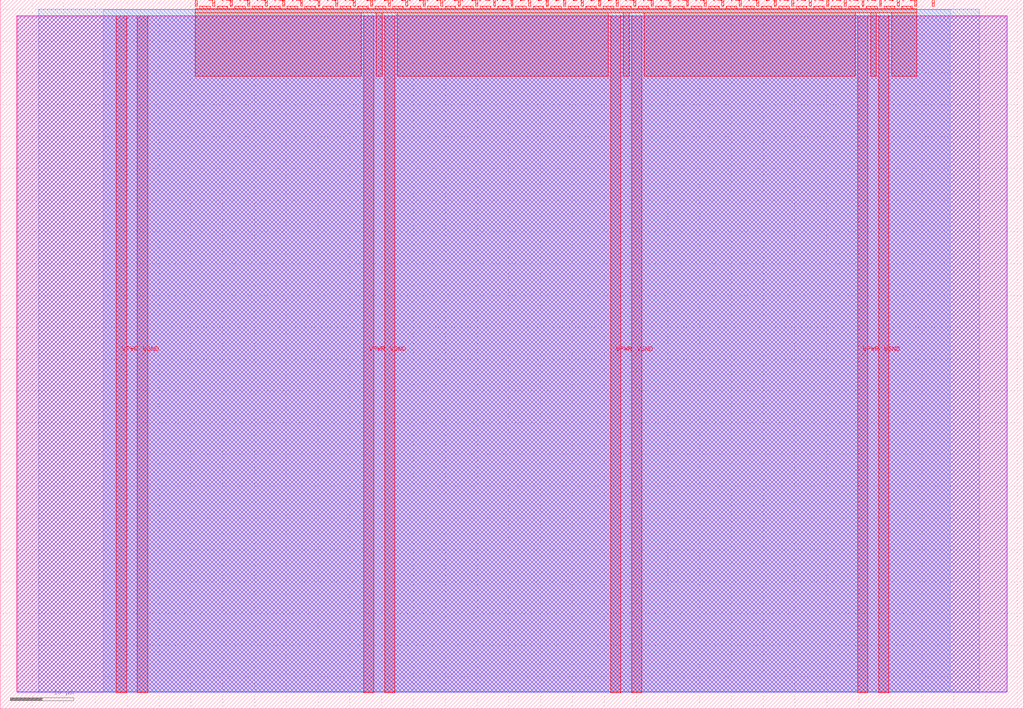
<source format=lef>
VERSION 5.7 ;
  NOWIREEXTENSIONATPIN ON ;
  DIVIDERCHAR "/" ;
  BUSBITCHARS "[]" ;
MACRO tt_um_s_grundner
  CLASS BLOCK ;
  FOREIGN tt_um_s_grundner ;
  ORIGIN 0.000 0.000 ;
  SIZE 161.000 BY 111.520 ;
  PIN VGND
    DIRECTION INOUT ;
    USE GROUND ;
    PORT
      LAYER met4 ;
        RECT 21.580 2.480 23.180 109.040 ;
    END
    PORT
      LAYER met4 ;
        RECT 60.450 2.480 62.050 109.040 ;
    END
    PORT
      LAYER met4 ;
        RECT 99.320 2.480 100.920 109.040 ;
    END
    PORT
      LAYER met4 ;
        RECT 138.190 2.480 139.790 109.040 ;
    END
  END VGND
  PIN VPWR
    DIRECTION INOUT ;
    USE POWER ;
    PORT
      LAYER met4 ;
        RECT 18.280 2.480 19.880 109.040 ;
    END
    PORT
      LAYER met4 ;
        RECT 57.150 2.480 58.750 109.040 ;
    END
    PORT
      LAYER met4 ;
        RECT 96.020 2.480 97.620 109.040 ;
    END
    PORT
      LAYER met4 ;
        RECT 134.890 2.480 136.490 109.040 ;
    END
  END VPWR
  PIN clk
    DIRECTION INPUT ;
    USE SIGNAL ;
    ANTENNAGATEAREA 0.852000 ;
    PORT
      LAYER met4 ;
        RECT 143.830 110.520 144.130 111.520 ;
    END
  END clk
  PIN ena
    DIRECTION INPUT ;
    USE SIGNAL ;
    PORT
      LAYER met4 ;
        RECT 146.590 110.520 146.890 111.520 ;
    END
  END ena
  PIN rst_n
    DIRECTION INPUT ;
    USE SIGNAL ;
    ANTENNAGATEAREA 0.196500 ;
    PORT
      LAYER met4 ;
        RECT 141.070 110.520 141.370 111.520 ;
    END
  END rst_n
  PIN ui_in[0]
    DIRECTION INPUT ;
    USE SIGNAL ;
    PORT
      LAYER met4 ;
        RECT 138.310 110.520 138.610 111.520 ;
    END
  END ui_in[0]
  PIN ui_in[1]
    DIRECTION INPUT ;
    USE SIGNAL ;
    PORT
      LAYER met4 ;
        RECT 135.550 110.520 135.850 111.520 ;
    END
  END ui_in[1]
  PIN ui_in[2]
    DIRECTION INPUT ;
    USE SIGNAL ;
    PORT
      LAYER met4 ;
        RECT 132.790 110.520 133.090 111.520 ;
    END
  END ui_in[2]
  PIN ui_in[3]
    DIRECTION INPUT ;
    USE SIGNAL ;
    ANTENNAGATEAREA 0.196500 ;
    PORT
      LAYER met4 ;
        RECT 130.030 110.520 130.330 111.520 ;
    END
  END ui_in[3]
  PIN ui_in[4]
    DIRECTION INPUT ;
    USE SIGNAL ;
    PORT
      LAYER met4 ;
        RECT 127.270 110.520 127.570 111.520 ;
    END
  END ui_in[4]
  PIN ui_in[5]
    DIRECTION INPUT ;
    USE SIGNAL ;
    PORT
      LAYER met4 ;
        RECT 124.510 110.520 124.810 111.520 ;
    END
  END ui_in[5]
  PIN ui_in[6]
    DIRECTION INPUT ;
    USE SIGNAL ;
    PORT
      LAYER met4 ;
        RECT 121.750 110.520 122.050 111.520 ;
    END
  END ui_in[6]
  PIN ui_in[7]
    DIRECTION INPUT ;
    USE SIGNAL ;
    PORT
      LAYER met4 ;
        RECT 118.990 110.520 119.290 111.520 ;
    END
  END ui_in[7]
  PIN uio_in[0]
    DIRECTION INPUT ;
    USE SIGNAL ;
    PORT
      LAYER met4 ;
        RECT 116.230 110.520 116.530 111.520 ;
    END
  END uio_in[0]
  PIN uio_in[1]
    DIRECTION INPUT ;
    USE SIGNAL ;
    PORT
      LAYER met4 ;
        RECT 113.470 110.520 113.770 111.520 ;
    END
  END uio_in[1]
  PIN uio_in[2]
    DIRECTION INPUT ;
    USE SIGNAL ;
    PORT
      LAYER met4 ;
        RECT 110.710 110.520 111.010 111.520 ;
    END
  END uio_in[2]
  PIN uio_in[3]
    DIRECTION INPUT ;
    USE SIGNAL ;
    PORT
      LAYER met4 ;
        RECT 107.950 110.520 108.250 111.520 ;
    END
  END uio_in[3]
  PIN uio_in[4]
    DIRECTION INPUT ;
    USE SIGNAL ;
    PORT
      LAYER met4 ;
        RECT 105.190 110.520 105.490 111.520 ;
    END
  END uio_in[4]
  PIN uio_in[5]
    DIRECTION INPUT ;
    USE SIGNAL ;
    PORT
      LAYER met4 ;
        RECT 102.430 110.520 102.730 111.520 ;
    END
  END uio_in[5]
  PIN uio_in[6]
    DIRECTION INPUT ;
    USE SIGNAL ;
    PORT
      LAYER met4 ;
        RECT 99.670 110.520 99.970 111.520 ;
    END
  END uio_in[6]
  PIN uio_in[7]
    DIRECTION INPUT ;
    USE SIGNAL ;
    PORT
      LAYER met4 ;
        RECT 96.910 110.520 97.210 111.520 ;
    END
  END uio_in[7]
  PIN uio_oe[0]
    DIRECTION OUTPUT ;
    USE SIGNAL ;
    PORT
      LAYER met4 ;
        RECT 49.990 110.520 50.290 111.520 ;
    END
  END uio_oe[0]
  PIN uio_oe[1]
    DIRECTION OUTPUT ;
    USE SIGNAL ;
    PORT
      LAYER met4 ;
        RECT 47.230 110.520 47.530 111.520 ;
    END
  END uio_oe[1]
  PIN uio_oe[2]
    DIRECTION OUTPUT ;
    USE SIGNAL ;
    PORT
      LAYER met4 ;
        RECT 44.470 110.520 44.770 111.520 ;
    END
  END uio_oe[2]
  PIN uio_oe[3]
    DIRECTION OUTPUT ;
    USE SIGNAL ;
    PORT
      LAYER met4 ;
        RECT 41.710 110.520 42.010 111.520 ;
    END
  END uio_oe[3]
  PIN uio_oe[4]
    DIRECTION OUTPUT ;
    USE SIGNAL ;
    PORT
      LAYER met4 ;
        RECT 38.950 110.520 39.250 111.520 ;
    END
  END uio_oe[4]
  PIN uio_oe[5]
    DIRECTION OUTPUT ;
    USE SIGNAL ;
    PORT
      LAYER met4 ;
        RECT 36.190 110.520 36.490 111.520 ;
    END
  END uio_oe[5]
  PIN uio_oe[6]
    DIRECTION OUTPUT ;
    USE SIGNAL ;
    PORT
      LAYER met4 ;
        RECT 33.430 110.520 33.730 111.520 ;
    END
  END uio_oe[6]
  PIN uio_oe[7]
    DIRECTION OUTPUT ;
    USE SIGNAL ;
    PORT
      LAYER met4 ;
        RECT 30.670 110.520 30.970 111.520 ;
    END
  END uio_oe[7]
  PIN uio_out[0]
    DIRECTION OUTPUT ;
    USE SIGNAL ;
    PORT
      LAYER met4 ;
        RECT 72.070 110.520 72.370 111.520 ;
    END
  END uio_out[0]
  PIN uio_out[1]
    DIRECTION OUTPUT ;
    USE SIGNAL ;
    PORT
      LAYER met4 ;
        RECT 69.310 110.520 69.610 111.520 ;
    END
  END uio_out[1]
  PIN uio_out[2]
    DIRECTION OUTPUT ;
    USE SIGNAL ;
    PORT
      LAYER met4 ;
        RECT 66.550 110.520 66.850 111.520 ;
    END
  END uio_out[2]
  PIN uio_out[3]
    DIRECTION OUTPUT ;
    USE SIGNAL ;
    PORT
      LAYER met4 ;
        RECT 63.790 110.520 64.090 111.520 ;
    END
  END uio_out[3]
  PIN uio_out[4]
    DIRECTION OUTPUT ;
    USE SIGNAL ;
    PORT
      LAYER met4 ;
        RECT 61.030 110.520 61.330 111.520 ;
    END
  END uio_out[4]
  PIN uio_out[5]
    DIRECTION OUTPUT ;
    USE SIGNAL ;
    PORT
      LAYER met4 ;
        RECT 58.270 110.520 58.570 111.520 ;
    END
  END uio_out[5]
  PIN uio_out[6]
    DIRECTION OUTPUT ;
    USE SIGNAL ;
    PORT
      LAYER met4 ;
        RECT 55.510 110.520 55.810 111.520 ;
    END
  END uio_out[6]
  PIN uio_out[7]
    DIRECTION OUTPUT ;
    USE SIGNAL ;
    PORT
      LAYER met4 ;
        RECT 52.750 110.520 53.050 111.520 ;
    END
  END uio_out[7]
  PIN uo_out[0]
    DIRECTION OUTPUT ;
    USE SIGNAL ;
    ANTENNADIFFAREA 0.445500 ;
    PORT
      LAYER met4 ;
        RECT 94.150 110.520 94.450 111.520 ;
    END
  END uo_out[0]
  PIN uo_out[1]
    DIRECTION OUTPUT ;
    USE SIGNAL ;
    ANTENNADIFFAREA 0.445500 ;
    PORT
      LAYER met4 ;
        RECT 91.390 110.520 91.690 111.520 ;
    END
  END uo_out[1]
  PIN uo_out[2]
    DIRECTION OUTPUT ;
    USE SIGNAL ;
    PORT
      LAYER met4 ;
        RECT 88.630 110.520 88.930 111.520 ;
    END
  END uo_out[2]
  PIN uo_out[3]
    DIRECTION OUTPUT ;
    USE SIGNAL ;
    PORT
      LAYER met4 ;
        RECT 85.870 110.520 86.170 111.520 ;
    END
  END uo_out[3]
  PIN uo_out[4]
    DIRECTION OUTPUT ;
    USE SIGNAL ;
    PORT
      LAYER met4 ;
        RECT 83.110 110.520 83.410 111.520 ;
    END
  END uo_out[4]
  PIN uo_out[5]
    DIRECTION OUTPUT ;
    USE SIGNAL ;
    PORT
      LAYER met4 ;
        RECT 80.350 110.520 80.650 111.520 ;
    END
  END uo_out[5]
  PIN uo_out[6]
    DIRECTION OUTPUT ;
    USE SIGNAL ;
    PORT
      LAYER met4 ;
        RECT 77.590 110.520 77.890 111.520 ;
    END
  END uo_out[6]
  PIN uo_out[7]
    DIRECTION OUTPUT ;
    USE SIGNAL ;
    ANTENNADIFFAREA 0.445500 ;
    PORT
      LAYER met4 ;
        RECT 74.830 110.520 75.130 111.520 ;
    END
  END uo_out[7]
  OBS
      LAYER nwell ;
        RECT 2.570 2.635 158.430 108.990 ;
      LAYER li1 ;
        RECT 2.760 2.635 158.240 108.885 ;
      LAYER met1 ;
        RECT 2.760 2.480 158.240 109.040 ;
      LAYER met2 ;
        RECT 6.080 2.535 154.000 110.005 ;
      LAYER met3 ;
        RECT 16.165 2.555 149.435 109.985 ;
      LAYER met4 ;
        RECT 31.370 110.120 33.030 110.520 ;
        RECT 34.130 110.120 35.790 110.520 ;
        RECT 36.890 110.120 38.550 110.520 ;
        RECT 39.650 110.120 41.310 110.520 ;
        RECT 42.410 110.120 44.070 110.520 ;
        RECT 45.170 110.120 46.830 110.520 ;
        RECT 47.930 110.120 49.590 110.520 ;
        RECT 50.690 110.120 52.350 110.520 ;
        RECT 53.450 110.120 55.110 110.520 ;
        RECT 56.210 110.120 57.870 110.520 ;
        RECT 58.970 110.120 60.630 110.520 ;
        RECT 61.730 110.120 63.390 110.520 ;
        RECT 64.490 110.120 66.150 110.520 ;
        RECT 67.250 110.120 68.910 110.520 ;
        RECT 70.010 110.120 71.670 110.520 ;
        RECT 72.770 110.120 74.430 110.520 ;
        RECT 75.530 110.120 77.190 110.520 ;
        RECT 78.290 110.120 79.950 110.520 ;
        RECT 81.050 110.120 82.710 110.520 ;
        RECT 83.810 110.120 85.470 110.520 ;
        RECT 86.570 110.120 88.230 110.520 ;
        RECT 89.330 110.120 90.990 110.520 ;
        RECT 92.090 110.120 93.750 110.520 ;
        RECT 94.850 110.120 96.510 110.520 ;
        RECT 97.610 110.120 99.270 110.520 ;
        RECT 100.370 110.120 102.030 110.520 ;
        RECT 103.130 110.120 104.790 110.520 ;
        RECT 105.890 110.120 107.550 110.520 ;
        RECT 108.650 110.120 110.310 110.520 ;
        RECT 111.410 110.120 113.070 110.520 ;
        RECT 114.170 110.120 115.830 110.520 ;
        RECT 116.930 110.120 118.590 110.520 ;
        RECT 119.690 110.120 121.350 110.520 ;
        RECT 122.450 110.120 124.110 110.520 ;
        RECT 125.210 110.120 126.870 110.520 ;
        RECT 127.970 110.120 129.630 110.520 ;
        RECT 130.730 110.120 132.390 110.520 ;
        RECT 133.490 110.120 135.150 110.520 ;
        RECT 136.250 110.120 137.910 110.520 ;
        RECT 139.010 110.120 140.670 110.520 ;
        RECT 141.770 110.120 143.430 110.520 ;
        RECT 30.655 109.440 144.145 110.120 ;
        RECT 30.655 99.455 56.750 109.440 ;
        RECT 59.150 99.455 60.050 109.440 ;
        RECT 62.450 99.455 95.620 109.440 ;
        RECT 98.020 99.455 98.920 109.440 ;
        RECT 101.320 99.455 134.490 109.440 ;
        RECT 136.890 99.455 137.790 109.440 ;
        RECT 140.190 99.455 144.145 109.440 ;
  END
END tt_um_s_grundner
END LIBRARY


</source>
